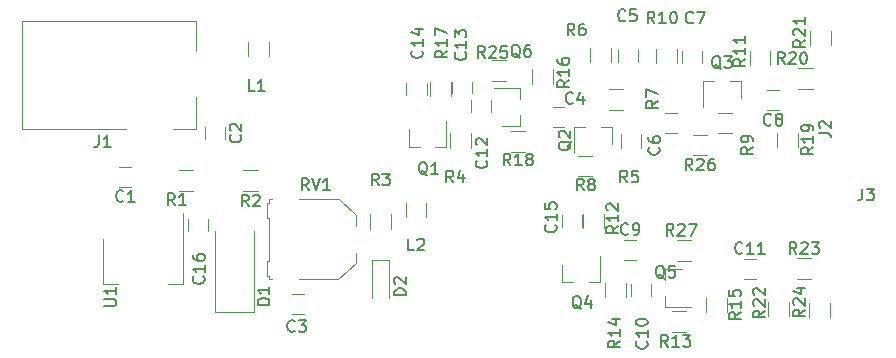
<source format=gbr>
G04 #@! TF.FileFunction,Legend,Top*
%FSLAX46Y46*%
G04 Gerber Fmt 4.6, Leading zero omitted, Abs format (unit mm)*
G04 Created by KiCad (PCBNEW 4.0.7) date 04/28/20 22:06:06*
%MOMM*%
%LPD*%
G01*
G04 APERTURE LIST*
%ADD10C,0.100000*%
%ADD11C,0.120000*%
%ADD12C,0.150000*%
G04 APERTURE END LIST*
D10*
D11*
X167728000Y-84574000D02*
X167728000Y-83574000D01*
X166028000Y-83574000D02*
X166028000Y-84574000D01*
X119372000Y-93384000D02*
X118372000Y-93384000D01*
X118372000Y-95084000D02*
X119372000Y-95084000D01*
X127350000Y-91000000D02*
X127350000Y-90000000D01*
X125650000Y-90000000D02*
X125650000Y-91000000D01*
X134000000Y-104150000D02*
X133000000Y-104150000D01*
X133000000Y-105850000D02*
X134000000Y-105850000D01*
X155075000Y-89975000D02*
X156075000Y-89975000D01*
X156075000Y-88275000D02*
X155075000Y-88275000D01*
X162287320Y-84487640D02*
X162287320Y-83487640D01*
X160587320Y-83487640D02*
X160587320Y-84487640D01*
X164600000Y-90512000D02*
X165600000Y-90512000D01*
X165600000Y-88812000D02*
X164600000Y-88812000D01*
X173230000Y-88530000D02*
X174230000Y-88530000D01*
X174230000Y-86830000D02*
X173230000Y-86830000D01*
X161125000Y-101275000D02*
X162125000Y-101275000D01*
X162125000Y-99575000D02*
X161125000Y-99575000D01*
X161730000Y-103290000D02*
X161730000Y-104290000D01*
X163430000Y-104290000D02*
X163430000Y-103290000D01*
X171275000Y-102900000D02*
X172275000Y-102900000D01*
X172275000Y-101200000D02*
X171275000Y-101200000D01*
X126450000Y-105680000D02*
X129750000Y-105680000D01*
X129750000Y-105680000D02*
X129750000Y-98780000D01*
X126450000Y-105680000D02*
X126450000Y-98780000D01*
X139750000Y-104500000D02*
X139750000Y-101300000D01*
X141250000Y-101300000D02*
X141250000Y-104500000D01*
X141250000Y-101300000D02*
X139750000Y-101300000D01*
X118952000Y-90198000D02*
X110152000Y-90198000D01*
X110152000Y-90198000D02*
X110152000Y-80998000D01*
X124852000Y-87498000D02*
X124852000Y-90198000D01*
X124852000Y-90198000D02*
X122952000Y-90198000D01*
X110152000Y-80998000D02*
X124852000Y-80998000D01*
X124852000Y-80998000D02*
X124852000Y-83598000D01*
X129320000Y-84000000D02*
X129320000Y-82800000D01*
X131080000Y-82800000D02*
X131080000Y-84000000D01*
X142620000Y-97600000D02*
X142620000Y-96400000D01*
X144380000Y-96400000D02*
X144380000Y-97600000D01*
X142920000Y-91660000D02*
X143850000Y-91660000D01*
X146080000Y-91660000D02*
X145150000Y-91660000D01*
X146080000Y-91660000D02*
X146080000Y-89500000D01*
X142920000Y-91660000D02*
X142920000Y-90200000D01*
X160083620Y-90017060D02*
X159153620Y-90017060D01*
X156923620Y-90017060D02*
X157853620Y-90017060D01*
X156923620Y-90017060D02*
X156923620Y-92177060D01*
X160083620Y-90017060D02*
X160083620Y-91477060D01*
X170998000Y-86108000D02*
X170068000Y-86108000D01*
X167838000Y-86108000D02*
X168768000Y-86108000D01*
X167838000Y-86108000D02*
X167838000Y-88268000D01*
X170998000Y-86108000D02*
X170998000Y-87568000D01*
X155900000Y-103122000D02*
X156830000Y-103122000D01*
X159060000Y-103122000D02*
X158130000Y-103122000D01*
X159060000Y-103122000D02*
X159060000Y-100962000D01*
X155900000Y-103122000D02*
X155900000Y-101662000D01*
X164594000Y-102052000D02*
X164594000Y-102982000D01*
X164594000Y-105212000D02*
X164594000Y-104282000D01*
X164594000Y-105212000D02*
X166754000Y-105212000D01*
X164594000Y-102052000D02*
X166054000Y-102052000D01*
X123400000Y-93620000D02*
X124600000Y-93620000D01*
X124600000Y-95380000D02*
X123400000Y-95380000D01*
X130100000Y-95380000D02*
X128900000Y-95380000D01*
X128900000Y-93620000D02*
X130100000Y-93620000D01*
X141380000Y-97400000D02*
X141380000Y-98600000D01*
X139620000Y-98600000D02*
X139620000Y-97400000D01*
X148180000Y-90550000D02*
X148180000Y-91750000D01*
X146420000Y-91750000D02*
X146420000Y-90550000D01*
X160830000Y-91790000D02*
X160830000Y-90590000D01*
X162590000Y-90590000D02*
X162590000Y-91790000D01*
X160036400Y-83321600D02*
X160036400Y-84521600D01*
X158276400Y-84521600D02*
X158276400Y-83321600D01*
X161050000Y-88530000D02*
X159850000Y-88530000D01*
X159850000Y-86770000D02*
X161050000Y-86770000D01*
X158410000Y-94190000D02*
X157210000Y-94190000D01*
X157210000Y-92430000D02*
X158410000Y-92430000D01*
X170272000Y-90542000D02*
X169072000Y-90542000D01*
X169072000Y-88782000D02*
X170272000Y-88782000D01*
X165580000Y-83400000D02*
X165580000Y-84600000D01*
X163820000Y-84600000D02*
X163820000Y-83400000D01*
X173520000Y-83560000D02*
X173520000Y-84760000D01*
X171760000Y-84760000D02*
X171760000Y-83560000D01*
X157645000Y-98525000D02*
X157645000Y-97325000D01*
X159405000Y-97325000D02*
X159405000Y-98525000D01*
X165150000Y-105595000D02*
X166350000Y-105595000D01*
X166350000Y-107355000D02*
X165150000Y-107355000D01*
X159520000Y-104400000D02*
X159520000Y-103200000D01*
X161280000Y-103200000D02*
X161280000Y-104400000D01*
X168045000Y-105650000D02*
X168045000Y-104450000D01*
X169805000Y-104450000D02*
X169805000Y-105650000D01*
X131350000Y-102850000D02*
X131100000Y-102850000D01*
X131100000Y-102850000D02*
X131100000Y-102600000D01*
X131100000Y-102600000D02*
X130850000Y-102600000D01*
X130850000Y-102600000D02*
X130850000Y-101350000D01*
X130850000Y-101350000D02*
X131100000Y-101350000D01*
X131100000Y-101350000D02*
X131100000Y-97700000D01*
X131100000Y-97700000D02*
X130850000Y-97700000D01*
X130850000Y-97700000D02*
X130850000Y-96400000D01*
X130850000Y-96400000D02*
X131100000Y-96400000D01*
X131100000Y-96400000D02*
X131100000Y-96100000D01*
X131100000Y-96100000D02*
X131350000Y-96100000D01*
X138400000Y-100650000D02*
X138400000Y-101550000D01*
X138400000Y-101550000D02*
X136900000Y-102900000D01*
X136900000Y-102900000D02*
X133600000Y-102900000D01*
X133600000Y-96100000D02*
X136950000Y-96100000D01*
X136950000Y-96100000D02*
X138400000Y-97450000D01*
X138400000Y-97450000D02*
X138400000Y-98350000D01*
X116986000Y-103256000D02*
X118246000Y-103256000D01*
X123806000Y-103256000D02*
X122546000Y-103256000D01*
X116986000Y-99496000D02*
X116986000Y-103256000D01*
X123806000Y-97246000D02*
X123806000Y-103256000D01*
X149850000Y-88725000D02*
X149850000Y-87725000D01*
X148150000Y-87725000D02*
X148150000Y-88725000D01*
X148225000Y-87150000D02*
X148225000Y-86150000D01*
X146525000Y-86150000D02*
X146525000Y-87150000D01*
X152285000Y-89880000D02*
X152285000Y-88950000D01*
X152285000Y-86720000D02*
X152285000Y-87650000D01*
X152285000Y-86720000D02*
X150125000Y-86720000D01*
X152285000Y-89880000D02*
X150825000Y-89880000D01*
X153310000Y-86330000D02*
X153310000Y-85130000D01*
X155070000Y-85130000D02*
X155070000Y-86330000D01*
X146480000Y-86175000D02*
X146480000Y-87375000D01*
X144720000Y-87375000D02*
X144720000Y-86175000D01*
X152750000Y-92105000D02*
X151550000Y-92105000D01*
X151550000Y-90345000D02*
X152750000Y-90345000D01*
X142700000Y-86275000D02*
X142700000Y-87275000D01*
X144400000Y-87275000D02*
X144400000Y-86275000D01*
X155890000Y-97450000D02*
X155890000Y-98450000D01*
X157590000Y-98450000D02*
X157590000Y-97450000D01*
X125910000Y-98820000D02*
X125910000Y-97820000D01*
X124210000Y-97820000D02*
X124210000Y-98820000D01*
X174110000Y-91670000D02*
X174110000Y-90470000D01*
X175870000Y-90470000D02*
X175870000Y-91670000D01*
X177090000Y-86770000D02*
X175890000Y-86770000D01*
X175890000Y-85010000D02*
X177090000Y-85010000D01*
X178620000Y-81860000D02*
X178620000Y-83060000D01*
X176860000Y-83060000D02*
X176860000Y-81860000D01*
X173320000Y-106000000D02*
X173320000Y-104800000D01*
X175080000Y-104800000D02*
X175080000Y-106000000D01*
X176960000Y-102870000D02*
X175760000Y-102870000D01*
X175760000Y-101110000D02*
X176960000Y-101110000D01*
X176760000Y-106070000D02*
X176760000Y-104870000D01*
X178520000Y-104870000D02*
X178520000Y-106070000D01*
X149900000Y-84345000D02*
X151100000Y-84345000D01*
X151100000Y-86105000D02*
X149900000Y-86105000D01*
X166950000Y-90645000D02*
X168150000Y-90645000D01*
X168150000Y-92405000D02*
X166950000Y-92405000D01*
X165625000Y-99570000D02*
X166825000Y-99570000D01*
X166825000Y-101330000D02*
X165625000Y-101330000D01*
D12*
X166965334Y-81129143D02*
X166917715Y-81176762D01*
X166774858Y-81224381D01*
X166679620Y-81224381D01*
X166536762Y-81176762D01*
X166441524Y-81081524D01*
X166393905Y-80986286D01*
X166346286Y-80795810D01*
X166346286Y-80652952D01*
X166393905Y-80462476D01*
X166441524Y-80367238D01*
X166536762Y-80272000D01*
X166679620Y-80224381D01*
X166774858Y-80224381D01*
X166917715Y-80272000D01*
X166965334Y-80319619D01*
X167298667Y-80224381D02*
X167965334Y-80224381D01*
X167536762Y-81224381D01*
X118733334Y-96257143D02*
X118685715Y-96304762D01*
X118542858Y-96352381D01*
X118447620Y-96352381D01*
X118304762Y-96304762D01*
X118209524Y-96209524D01*
X118161905Y-96114286D01*
X118114286Y-95923810D01*
X118114286Y-95780952D01*
X118161905Y-95590476D01*
X118209524Y-95495238D01*
X118304762Y-95400000D01*
X118447620Y-95352381D01*
X118542858Y-95352381D01*
X118685715Y-95400000D01*
X118733334Y-95447619D01*
X119685715Y-96352381D02*
X119114286Y-96352381D01*
X119400000Y-96352381D02*
X119400000Y-95352381D01*
X119304762Y-95495238D01*
X119209524Y-95590476D01*
X119114286Y-95638095D01*
X128635143Y-90666666D02*
X128682762Y-90714285D01*
X128730381Y-90857142D01*
X128730381Y-90952380D01*
X128682762Y-91095238D01*
X128587524Y-91190476D01*
X128492286Y-91238095D01*
X128301810Y-91285714D01*
X128158952Y-91285714D01*
X127968476Y-91238095D01*
X127873238Y-91190476D01*
X127778000Y-91095238D01*
X127730381Y-90952380D01*
X127730381Y-90857142D01*
X127778000Y-90714285D01*
X127825619Y-90666666D01*
X127825619Y-90285714D02*
X127778000Y-90238095D01*
X127730381Y-90142857D01*
X127730381Y-89904761D01*
X127778000Y-89809523D01*
X127825619Y-89761904D01*
X127920857Y-89714285D01*
X128016095Y-89714285D01*
X128158952Y-89761904D01*
X128730381Y-90333333D01*
X128730381Y-89714285D01*
X133233334Y-107257143D02*
X133185715Y-107304762D01*
X133042858Y-107352381D01*
X132947620Y-107352381D01*
X132804762Y-107304762D01*
X132709524Y-107209524D01*
X132661905Y-107114286D01*
X132614286Y-106923810D01*
X132614286Y-106780952D01*
X132661905Y-106590476D01*
X132709524Y-106495238D01*
X132804762Y-106400000D01*
X132947620Y-106352381D01*
X133042858Y-106352381D01*
X133185715Y-106400000D01*
X133233334Y-106447619D01*
X133566667Y-106352381D02*
X134185715Y-106352381D01*
X133852381Y-106733333D01*
X133995239Y-106733333D01*
X134090477Y-106780952D01*
X134138096Y-106828571D01*
X134185715Y-106923810D01*
X134185715Y-107161905D01*
X134138096Y-107257143D01*
X134090477Y-107304762D01*
X133995239Y-107352381D01*
X133709524Y-107352381D01*
X133614286Y-107304762D01*
X133566667Y-107257143D01*
X156783334Y-87957143D02*
X156735715Y-88004762D01*
X156592858Y-88052381D01*
X156497620Y-88052381D01*
X156354762Y-88004762D01*
X156259524Y-87909524D01*
X156211905Y-87814286D01*
X156164286Y-87623810D01*
X156164286Y-87480952D01*
X156211905Y-87290476D01*
X156259524Y-87195238D01*
X156354762Y-87100000D01*
X156497620Y-87052381D01*
X156592858Y-87052381D01*
X156735715Y-87100000D01*
X156783334Y-87147619D01*
X157640477Y-87385714D02*
X157640477Y-88052381D01*
X157402381Y-87004762D02*
X157164286Y-87719048D01*
X157783334Y-87719048D01*
X161233334Y-80957143D02*
X161185715Y-81004762D01*
X161042858Y-81052381D01*
X160947620Y-81052381D01*
X160804762Y-81004762D01*
X160709524Y-80909524D01*
X160661905Y-80814286D01*
X160614286Y-80623810D01*
X160614286Y-80480952D01*
X160661905Y-80290476D01*
X160709524Y-80195238D01*
X160804762Y-80100000D01*
X160947620Y-80052381D01*
X161042858Y-80052381D01*
X161185715Y-80100000D01*
X161233334Y-80147619D01*
X162138096Y-80052381D02*
X161661905Y-80052381D01*
X161614286Y-80528571D01*
X161661905Y-80480952D01*
X161757143Y-80433333D01*
X161995239Y-80433333D01*
X162090477Y-80480952D01*
X162138096Y-80528571D01*
X162185715Y-80623810D01*
X162185715Y-80861905D01*
X162138096Y-80957143D01*
X162090477Y-81004762D01*
X161995239Y-81052381D01*
X161757143Y-81052381D01*
X161661905Y-81004762D01*
X161614286Y-80957143D01*
X164057143Y-91716666D02*
X164104762Y-91764285D01*
X164152381Y-91907142D01*
X164152381Y-92002380D01*
X164104762Y-92145238D01*
X164009524Y-92240476D01*
X163914286Y-92288095D01*
X163723810Y-92335714D01*
X163580952Y-92335714D01*
X163390476Y-92288095D01*
X163295238Y-92240476D01*
X163200000Y-92145238D01*
X163152381Y-92002380D01*
X163152381Y-91907142D01*
X163200000Y-91764285D01*
X163247619Y-91716666D01*
X163152381Y-90859523D02*
X163152381Y-91050000D01*
X163200000Y-91145238D01*
X163247619Y-91192857D01*
X163390476Y-91288095D01*
X163580952Y-91335714D01*
X163961905Y-91335714D01*
X164057143Y-91288095D01*
X164104762Y-91240476D01*
X164152381Y-91145238D01*
X164152381Y-90954761D01*
X164104762Y-90859523D01*
X164057143Y-90811904D01*
X163961905Y-90764285D01*
X163723810Y-90764285D01*
X163628571Y-90811904D01*
X163580952Y-90859523D01*
X163533333Y-90954761D01*
X163533333Y-91145238D01*
X163580952Y-91240476D01*
X163628571Y-91288095D01*
X163723810Y-91335714D01*
X173563334Y-89787143D02*
X173515715Y-89834762D01*
X173372858Y-89882381D01*
X173277620Y-89882381D01*
X173134762Y-89834762D01*
X173039524Y-89739524D01*
X172991905Y-89644286D01*
X172944286Y-89453810D01*
X172944286Y-89310952D01*
X172991905Y-89120476D01*
X173039524Y-89025238D01*
X173134762Y-88930000D01*
X173277620Y-88882381D01*
X173372858Y-88882381D01*
X173515715Y-88930000D01*
X173563334Y-88977619D01*
X174134762Y-89310952D02*
X174039524Y-89263333D01*
X173991905Y-89215714D01*
X173944286Y-89120476D01*
X173944286Y-89072857D01*
X173991905Y-88977619D01*
X174039524Y-88930000D01*
X174134762Y-88882381D01*
X174325239Y-88882381D01*
X174420477Y-88930000D01*
X174468096Y-88977619D01*
X174515715Y-89072857D01*
X174515715Y-89120476D01*
X174468096Y-89215714D01*
X174420477Y-89263333D01*
X174325239Y-89310952D01*
X174134762Y-89310952D01*
X174039524Y-89358571D01*
X173991905Y-89406190D01*
X173944286Y-89501429D01*
X173944286Y-89691905D01*
X173991905Y-89787143D01*
X174039524Y-89834762D01*
X174134762Y-89882381D01*
X174325239Y-89882381D01*
X174420477Y-89834762D01*
X174468096Y-89787143D01*
X174515715Y-89691905D01*
X174515715Y-89501429D01*
X174468096Y-89406190D01*
X174420477Y-89358571D01*
X174325239Y-89310952D01*
X161458334Y-99032143D02*
X161410715Y-99079762D01*
X161267858Y-99127381D01*
X161172620Y-99127381D01*
X161029762Y-99079762D01*
X160934524Y-98984524D01*
X160886905Y-98889286D01*
X160839286Y-98698810D01*
X160839286Y-98555952D01*
X160886905Y-98365476D01*
X160934524Y-98270238D01*
X161029762Y-98175000D01*
X161172620Y-98127381D01*
X161267858Y-98127381D01*
X161410715Y-98175000D01*
X161458334Y-98222619D01*
X161934524Y-99127381D02*
X162125000Y-99127381D01*
X162220239Y-99079762D01*
X162267858Y-99032143D01*
X162363096Y-98889286D01*
X162410715Y-98698810D01*
X162410715Y-98317857D01*
X162363096Y-98222619D01*
X162315477Y-98175000D01*
X162220239Y-98127381D01*
X162029762Y-98127381D01*
X161934524Y-98175000D01*
X161886905Y-98222619D01*
X161839286Y-98317857D01*
X161839286Y-98555952D01*
X161886905Y-98651190D01*
X161934524Y-98698810D01*
X162029762Y-98746429D01*
X162220239Y-98746429D01*
X162315477Y-98698810D01*
X162363096Y-98651190D01*
X162410715Y-98555952D01*
X163032143Y-108142857D02*
X163079762Y-108190476D01*
X163127381Y-108333333D01*
X163127381Y-108428571D01*
X163079762Y-108571429D01*
X162984524Y-108666667D01*
X162889286Y-108714286D01*
X162698810Y-108761905D01*
X162555952Y-108761905D01*
X162365476Y-108714286D01*
X162270238Y-108666667D01*
X162175000Y-108571429D01*
X162127381Y-108428571D01*
X162127381Y-108333333D01*
X162175000Y-108190476D01*
X162222619Y-108142857D01*
X163127381Y-107190476D02*
X163127381Y-107761905D01*
X163127381Y-107476191D02*
X162127381Y-107476191D01*
X162270238Y-107571429D01*
X162365476Y-107666667D01*
X162413095Y-107761905D01*
X162127381Y-106571429D02*
X162127381Y-106476190D01*
X162175000Y-106380952D01*
X162222619Y-106333333D01*
X162317857Y-106285714D01*
X162508333Y-106238095D01*
X162746429Y-106238095D01*
X162936905Y-106285714D01*
X163032143Y-106333333D01*
X163079762Y-106380952D01*
X163127381Y-106476190D01*
X163127381Y-106571429D01*
X163079762Y-106666667D01*
X163032143Y-106714286D01*
X162936905Y-106761905D01*
X162746429Y-106809524D01*
X162508333Y-106809524D01*
X162317857Y-106761905D01*
X162222619Y-106714286D01*
X162175000Y-106666667D01*
X162127381Y-106571429D01*
X171132143Y-100657143D02*
X171084524Y-100704762D01*
X170941667Y-100752381D01*
X170846429Y-100752381D01*
X170703571Y-100704762D01*
X170608333Y-100609524D01*
X170560714Y-100514286D01*
X170513095Y-100323810D01*
X170513095Y-100180952D01*
X170560714Y-99990476D01*
X170608333Y-99895238D01*
X170703571Y-99800000D01*
X170846429Y-99752381D01*
X170941667Y-99752381D01*
X171084524Y-99800000D01*
X171132143Y-99847619D01*
X172084524Y-100752381D02*
X171513095Y-100752381D01*
X171798809Y-100752381D02*
X171798809Y-99752381D01*
X171703571Y-99895238D01*
X171608333Y-99990476D01*
X171513095Y-100038095D01*
X173036905Y-100752381D02*
X172465476Y-100752381D01*
X172751190Y-100752381D02*
X172751190Y-99752381D01*
X172655952Y-99895238D01*
X172560714Y-99990476D01*
X172465476Y-100038095D01*
X131092381Y-105066095D02*
X130092381Y-105066095D01*
X130092381Y-104828000D01*
X130140000Y-104685142D01*
X130235238Y-104589904D01*
X130330476Y-104542285D01*
X130520952Y-104494666D01*
X130663810Y-104494666D01*
X130854286Y-104542285D01*
X130949524Y-104589904D01*
X131044762Y-104685142D01*
X131092381Y-104828000D01*
X131092381Y-105066095D01*
X131092381Y-103542285D02*
X131092381Y-104113714D01*
X131092381Y-103828000D02*
X130092381Y-103828000D01*
X130235238Y-103923238D01*
X130330476Y-104018476D01*
X130378095Y-104113714D01*
X142652381Y-104238095D02*
X141652381Y-104238095D01*
X141652381Y-104000000D01*
X141700000Y-103857142D01*
X141795238Y-103761904D01*
X141890476Y-103714285D01*
X142080952Y-103666666D01*
X142223810Y-103666666D01*
X142414286Y-103714285D01*
X142509524Y-103761904D01*
X142604762Y-103857142D01*
X142652381Y-104000000D01*
X142652381Y-104238095D01*
X141747619Y-103285714D02*
X141700000Y-103238095D01*
X141652381Y-103142857D01*
X141652381Y-102904761D01*
X141700000Y-102809523D01*
X141747619Y-102761904D01*
X141842857Y-102714285D01*
X141938095Y-102714285D01*
X142080952Y-102761904D01*
X142652381Y-103333333D01*
X142652381Y-102714285D01*
X116666667Y-90702381D02*
X116666667Y-91416667D01*
X116619047Y-91559524D01*
X116523809Y-91654762D01*
X116380952Y-91702381D01*
X116285714Y-91702381D01*
X117666667Y-91702381D02*
X117095238Y-91702381D01*
X117380952Y-91702381D02*
X117380952Y-90702381D01*
X117285714Y-90845238D01*
X117190476Y-90940476D01*
X117095238Y-90988095D01*
X177642381Y-90508333D02*
X178356667Y-90508333D01*
X178499524Y-90555953D01*
X178594762Y-90651191D01*
X178642381Y-90794048D01*
X178642381Y-90889286D01*
X177737619Y-90079762D02*
X177690000Y-90032143D01*
X177642381Y-89936905D01*
X177642381Y-89698809D01*
X177690000Y-89603571D01*
X177737619Y-89555952D01*
X177832857Y-89508333D01*
X177928095Y-89508333D01*
X178070952Y-89555952D01*
X178642381Y-90127381D01*
X178642381Y-89508333D01*
X181276667Y-95210381D02*
X181276667Y-95924667D01*
X181229047Y-96067524D01*
X181133809Y-96162762D01*
X180990952Y-96210381D01*
X180895714Y-96210381D01*
X181657619Y-95210381D02*
X182276667Y-95210381D01*
X181943333Y-95591333D01*
X182086191Y-95591333D01*
X182181429Y-95638952D01*
X182229048Y-95686571D01*
X182276667Y-95781810D01*
X182276667Y-96019905D01*
X182229048Y-96115143D01*
X182181429Y-96162762D01*
X182086191Y-96210381D01*
X181800476Y-96210381D01*
X181705238Y-96162762D01*
X181657619Y-96115143D01*
X129833334Y-86952381D02*
X129357143Y-86952381D01*
X129357143Y-85952381D01*
X130690477Y-86952381D02*
X130119048Y-86952381D01*
X130404762Y-86952381D02*
X130404762Y-85952381D01*
X130309524Y-86095238D01*
X130214286Y-86190476D01*
X130119048Y-86238095D01*
X143333334Y-100452381D02*
X142857143Y-100452381D01*
X142857143Y-99452381D01*
X143619048Y-99547619D02*
X143666667Y-99500000D01*
X143761905Y-99452381D01*
X144000001Y-99452381D01*
X144095239Y-99500000D01*
X144142858Y-99547619D01*
X144190477Y-99642857D01*
X144190477Y-99738095D01*
X144142858Y-99880952D01*
X143571429Y-100452381D01*
X144190477Y-100452381D01*
X144479762Y-94072619D02*
X144384524Y-94025000D01*
X144289286Y-93929762D01*
X144146429Y-93786905D01*
X144051190Y-93739286D01*
X143955952Y-93739286D01*
X144003571Y-93977381D02*
X143908333Y-93929762D01*
X143813095Y-93834524D01*
X143765476Y-93644048D01*
X143765476Y-93310714D01*
X143813095Y-93120238D01*
X143908333Y-93025000D01*
X144003571Y-92977381D01*
X144194048Y-92977381D01*
X144289286Y-93025000D01*
X144384524Y-93120238D01*
X144432143Y-93310714D01*
X144432143Y-93644048D01*
X144384524Y-93834524D01*
X144289286Y-93929762D01*
X144194048Y-93977381D01*
X144003571Y-93977381D01*
X145384524Y-93977381D02*
X144813095Y-93977381D01*
X145098809Y-93977381D02*
X145098809Y-92977381D01*
X145003571Y-93120238D01*
X144908333Y-93215476D01*
X144813095Y-93263095D01*
X156667619Y-91215238D02*
X156620000Y-91310476D01*
X156524762Y-91405714D01*
X156381905Y-91548571D01*
X156334286Y-91643810D01*
X156334286Y-91739048D01*
X156572381Y-91691429D02*
X156524762Y-91786667D01*
X156429524Y-91881905D01*
X156239048Y-91929524D01*
X155905714Y-91929524D01*
X155715238Y-91881905D01*
X155620000Y-91786667D01*
X155572381Y-91691429D01*
X155572381Y-91500952D01*
X155620000Y-91405714D01*
X155715238Y-91310476D01*
X155905714Y-91262857D01*
X156239048Y-91262857D01*
X156429524Y-91310476D01*
X156524762Y-91405714D01*
X156572381Y-91500952D01*
X156572381Y-91691429D01*
X155667619Y-90881905D02*
X155620000Y-90834286D01*
X155572381Y-90739048D01*
X155572381Y-90500952D01*
X155620000Y-90405714D01*
X155667619Y-90358095D01*
X155762857Y-90310476D01*
X155858095Y-90310476D01*
X156000952Y-90358095D01*
X156572381Y-90929524D01*
X156572381Y-90310476D01*
X169322762Y-85085619D02*
X169227524Y-85038000D01*
X169132286Y-84942762D01*
X168989429Y-84799905D01*
X168894190Y-84752286D01*
X168798952Y-84752286D01*
X168846571Y-84990381D02*
X168751333Y-84942762D01*
X168656095Y-84847524D01*
X168608476Y-84657048D01*
X168608476Y-84323714D01*
X168656095Y-84133238D01*
X168751333Y-84038000D01*
X168846571Y-83990381D01*
X169037048Y-83990381D01*
X169132286Y-84038000D01*
X169227524Y-84133238D01*
X169275143Y-84323714D01*
X169275143Y-84657048D01*
X169227524Y-84847524D01*
X169132286Y-84942762D01*
X169037048Y-84990381D01*
X168846571Y-84990381D01*
X169608476Y-83990381D02*
X170227524Y-83990381D01*
X169894190Y-84371333D01*
X170037048Y-84371333D01*
X170132286Y-84418952D01*
X170179905Y-84466571D01*
X170227524Y-84561810D01*
X170227524Y-84799905D01*
X170179905Y-84895143D01*
X170132286Y-84942762D01*
X170037048Y-84990381D01*
X169751333Y-84990381D01*
X169656095Y-84942762D01*
X169608476Y-84895143D01*
X157484762Y-105409619D02*
X157389524Y-105362000D01*
X157294286Y-105266762D01*
X157151429Y-105123905D01*
X157056190Y-105076286D01*
X156960952Y-105076286D01*
X157008571Y-105314381D02*
X156913333Y-105266762D01*
X156818095Y-105171524D01*
X156770476Y-104981048D01*
X156770476Y-104647714D01*
X156818095Y-104457238D01*
X156913333Y-104362000D01*
X157008571Y-104314381D01*
X157199048Y-104314381D01*
X157294286Y-104362000D01*
X157389524Y-104457238D01*
X157437143Y-104647714D01*
X157437143Y-104981048D01*
X157389524Y-105171524D01*
X157294286Y-105266762D01*
X157199048Y-105314381D01*
X157008571Y-105314381D01*
X158294286Y-104647714D02*
X158294286Y-105314381D01*
X158056190Y-104266762D02*
X157818095Y-104981048D01*
X158437143Y-104981048D01*
X164554762Y-102847619D02*
X164459524Y-102800000D01*
X164364286Y-102704762D01*
X164221429Y-102561905D01*
X164126190Y-102514286D01*
X164030952Y-102514286D01*
X164078571Y-102752381D02*
X163983333Y-102704762D01*
X163888095Y-102609524D01*
X163840476Y-102419048D01*
X163840476Y-102085714D01*
X163888095Y-101895238D01*
X163983333Y-101800000D01*
X164078571Y-101752381D01*
X164269048Y-101752381D01*
X164364286Y-101800000D01*
X164459524Y-101895238D01*
X164507143Y-102085714D01*
X164507143Y-102419048D01*
X164459524Y-102609524D01*
X164364286Y-102704762D01*
X164269048Y-102752381D01*
X164078571Y-102752381D01*
X165411905Y-101752381D02*
X164935714Y-101752381D01*
X164888095Y-102228571D01*
X164935714Y-102180952D01*
X165030952Y-102133333D01*
X165269048Y-102133333D01*
X165364286Y-102180952D01*
X165411905Y-102228571D01*
X165459524Y-102323810D01*
X165459524Y-102561905D01*
X165411905Y-102657143D01*
X165364286Y-102704762D01*
X165269048Y-102752381D01*
X165030952Y-102752381D01*
X164935714Y-102704762D01*
X164888095Y-102657143D01*
X123073334Y-96622381D02*
X122740000Y-96146190D01*
X122501905Y-96622381D02*
X122501905Y-95622381D01*
X122882858Y-95622381D01*
X122978096Y-95670000D01*
X123025715Y-95717619D01*
X123073334Y-95812857D01*
X123073334Y-95955714D01*
X123025715Y-96050952D01*
X122978096Y-96098571D01*
X122882858Y-96146190D01*
X122501905Y-96146190D01*
X124025715Y-96622381D02*
X123454286Y-96622381D01*
X123740000Y-96622381D02*
X123740000Y-95622381D01*
X123644762Y-95765238D01*
X123549524Y-95860476D01*
X123454286Y-95908095D01*
X129333334Y-96730381D02*
X129000000Y-96254190D01*
X128761905Y-96730381D02*
X128761905Y-95730381D01*
X129142858Y-95730381D01*
X129238096Y-95778000D01*
X129285715Y-95825619D01*
X129333334Y-95920857D01*
X129333334Y-96063714D01*
X129285715Y-96158952D01*
X129238096Y-96206571D01*
X129142858Y-96254190D01*
X128761905Y-96254190D01*
X129714286Y-95825619D02*
X129761905Y-95778000D01*
X129857143Y-95730381D01*
X130095239Y-95730381D01*
X130190477Y-95778000D01*
X130238096Y-95825619D01*
X130285715Y-95920857D01*
X130285715Y-96016095D01*
X130238096Y-96158952D01*
X129666667Y-96730381D01*
X130285715Y-96730381D01*
X140333334Y-94952381D02*
X140000000Y-94476190D01*
X139761905Y-94952381D02*
X139761905Y-93952381D01*
X140142858Y-93952381D01*
X140238096Y-94000000D01*
X140285715Y-94047619D01*
X140333334Y-94142857D01*
X140333334Y-94285714D01*
X140285715Y-94380952D01*
X140238096Y-94428571D01*
X140142858Y-94476190D01*
X139761905Y-94476190D01*
X140666667Y-93952381D02*
X141285715Y-93952381D01*
X140952381Y-94333333D01*
X141095239Y-94333333D01*
X141190477Y-94380952D01*
X141238096Y-94428571D01*
X141285715Y-94523810D01*
X141285715Y-94761905D01*
X141238096Y-94857143D01*
X141190477Y-94904762D01*
X141095239Y-94952381D01*
X140809524Y-94952381D01*
X140714286Y-94904762D01*
X140666667Y-94857143D01*
X146645334Y-94686381D02*
X146312000Y-94210190D01*
X146073905Y-94686381D02*
X146073905Y-93686381D01*
X146454858Y-93686381D01*
X146550096Y-93734000D01*
X146597715Y-93781619D01*
X146645334Y-93876857D01*
X146645334Y-94019714D01*
X146597715Y-94114952D01*
X146550096Y-94162571D01*
X146454858Y-94210190D01*
X146073905Y-94210190D01*
X147502477Y-94019714D02*
X147502477Y-94686381D01*
X147264381Y-93638762D02*
X147026286Y-94353048D01*
X147645334Y-94353048D01*
X161377334Y-94686381D02*
X161044000Y-94210190D01*
X160805905Y-94686381D02*
X160805905Y-93686381D01*
X161186858Y-93686381D01*
X161282096Y-93734000D01*
X161329715Y-93781619D01*
X161377334Y-93876857D01*
X161377334Y-94019714D01*
X161329715Y-94114952D01*
X161282096Y-94162571D01*
X161186858Y-94210190D01*
X160805905Y-94210190D01*
X162282096Y-93686381D02*
X161805905Y-93686381D01*
X161758286Y-94162571D01*
X161805905Y-94114952D01*
X161901143Y-94067333D01*
X162139239Y-94067333D01*
X162234477Y-94114952D01*
X162282096Y-94162571D01*
X162329715Y-94257810D01*
X162329715Y-94495905D01*
X162282096Y-94591143D01*
X162234477Y-94638762D01*
X162139239Y-94686381D01*
X161901143Y-94686381D01*
X161805905Y-94638762D01*
X161758286Y-94591143D01*
X156906934Y-82240381D02*
X156573600Y-81764190D01*
X156335505Y-82240381D02*
X156335505Y-81240381D01*
X156716458Y-81240381D01*
X156811696Y-81288000D01*
X156859315Y-81335619D01*
X156906934Y-81430857D01*
X156906934Y-81573714D01*
X156859315Y-81668952D01*
X156811696Y-81716571D01*
X156716458Y-81764190D01*
X156335505Y-81764190D01*
X157764077Y-81240381D02*
X157573600Y-81240381D01*
X157478362Y-81288000D01*
X157430743Y-81335619D01*
X157335505Y-81478476D01*
X157287886Y-81668952D01*
X157287886Y-82049905D01*
X157335505Y-82145143D01*
X157383124Y-82192762D01*
X157478362Y-82240381D01*
X157668839Y-82240381D01*
X157764077Y-82192762D01*
X157811696Y-82145143D01*
X157859315Y-82049905D01*
X157859315Y-81811810D01*
X157811696Y-81716571D01*
X157764077Y-81668952D01*
X157668839Y-81621333D01*
X157478362Y-81621333D01*
X157383124Y-81668952D01*
X157335505Y-81716571D01*
X157287886Y-81811810D01*
X164002381Y-87791666D02*
X163526190Y-88125000D01*
X164002381Y-88363095D02*
X163002381Y-88363095D01*
X163002381Y-87982142D01*
X163050000Y-87886904D01*
X163097619Y-87839285D01*
X163192857Y-87791666D01*
X163335714Y-87791666D01*
X163430952Y-87839285D01*
X163478571Y-87886904D01*
X163526190Y-87982142D01*
X163526190Y-88363095D01*
X163002381Y-87458333D02*
X163002381Y-86791666D01*
X164002381Y-87220238D01*
X157693334Y-95362381D02*
X157360000Y-94886190D01*
X157121905Y-95362381D02*
X157121905Y-94362381D01*
X157502858Y-94362381D01*
X157598096Y-94410000D01*
X157645715Y-94457619D01*
X157693334Y-94552857D01*
X157693334Y-94695714D01*
X157645715Y-94790952D01*
X157598096Y-94838571D01*
X157502858Y-94886190D01*
X157121905Y-94886190D01*
X158264762Y-94790952D02*
X158169524Y-94743333D01*
X158121905Y-94695714D01*
X158074286Y-94600476D01*
X158074286Y-94552857D01*
X158121905Y-94457619D01*
X158169524Y-94410000D01*
X158264762Y-94362381D01*
X158455239Y-94362381D01*
X158550477Y-94410000D01*
X158598096Y-94457619D01*
X158645715Y-94552857D01*
X158645715Y-94600476D01*
X158598096Y-94695714D01*
X158550477Y-94743333D01*
X158455239Y-94790952D01*
X158264762Y-94790952D01*
X158169524Y-94838571D01*
X158121905Y-94886190D01*
X158074286Y-94981429D01*
X158074286Y-95171905D01*
X158121905Y-95267143D01*
X158169524Y-95314762D01*
X158264762Y-95362381D01*
X158455239Y-95362381D01*
X158550477Y-95314762D01*
X158598096Y-95267143D01*
X158645715Y-95171905D01*
X158645715Y-94981429D01*
X158598096Y-94886190D01*
X158550477Y-94838571D01*
X158455239Y-94790952D01*
X172027381Y-91691666D02*
X171551190Y-92025000D01*
X172027381Y-92263095D02*
X171027381Y-92263095D01*
X171027381Y-91882142D01*
X171075000Y-91786904D01*
X171122619Y-91739285D01*
X171217857Y-91691666D01*
X171360714Y-91691666D01*
X171455952Y-91739285D01*
X171503571Y-91786904D01*
X171551190Y-91882142D01*
X171551190Y-92263095D01*
X172027381Y-91215476D02*
X172027381Y-91025000D01*
X171979762Y-90929761D01*
X171932143Y-90882142D01*
X171789286Y-90786904D01*
X171598810Y-90739285D01*
X171217857Y-90739285D01*
X171122619Y-90786904D01*
X171075000Y-90834523D01*
X171027381Y-90929761D01*
X171027381Y-91120238D01*
X171075000Y-91215476D01*
X171122619Y-91263095D01*
X171217857Y-91310714D01*
X171455952Y-91310714D01*
X171551190Y-91263095D01*
X171598810Y-91215476D01*
X171646429Y-91120238D01*
X171646429Y-90929761D01*
X171598810Y-90834523D01*
X171551190Y-90786904D01*
X171455952Y-90739285D01*
X163695143Y-81224381D02*
X163361809Y-80748190D01*
X163123714Y-81224381D02*
X163123714Y-80224381D01*
X163504667Y-80224381D01*
X163599905Y-80272000D01*
X163647524Y-80319619D01*
X163695143Y-80414857D01*
X163695143Y-80557714D01*
X163647524Y-80652952D01*
X163599905Y-80700571D01*
X163504667Y-80748190D01*
X163123714Y-80748190D01*
X164647524Y-81224381D02*
X164076095Y-81224381D01*
X164361809Y-81224381D02*
X164361809Y-80224381D01*
X164266571Y-80367238D01*
X164171333Y-80462476D01*
X164076095Y-80510095D01*
X165266571Y-80224381D02*
X165361810Y-80224381D01*
X165457048Y-80272000D01*
X165504667Y-80319619D01*
X165552286Y-80414857D01*
X165599905Y-80605333D01*
X165599905Y-80843429D01*
X165552286Y-81033905D01*
X165504667Y-81129143D01*
X165457048Y-81176762D01*
X165361810Y-81224381D01*
X165266571Y-81224381D01*
X165171333Y-81176762D01*
X165123714Y-81129143D01*
X165076095Y-81033905D01*
X165028476Y-80843429D01*
X165028476Y-80605333D01*
X165076095Y-80414857D01*
X165123714Y-80319619D01*
X165171333Y-80272000D01*
X165266571Y-80224381D01*
X171382381Y-84222857D02*
X170906190Y-84556191D01*
X171382381Y-84794286D02*
X170382381Y-84794286D01*
X170382381Y-84413333D01*
X170430000Y-84318095D01*
X170477619Y-84270476D01*
X170572857Y-84222857D01*
X170715714Y-84222857D01*
X170810952Y-84270476D01*
X170858571Y-84318095D01*
X170906190Y-84413333D01*
X170906190Y-84794286D01*
X171382381Y-83270476D02*
X171382381Y-83841905D01*
X171382381Y-83556191D02*
X170382381Y-83556191D01*
X170525238Y-83651429D01*
X170620476Y-83746667D01*
X170668095Y-83841905D01*
X171382381Y-82318095D02*
X171382381Y-82889524D01*
X171382381Y-82603810D02*
X170382381Y-82603810D01*
X170525238Y-82699048D01*
X170620476Y-82794286D01*
X170668095Y-82889524D01*
X160627381Y-98367857D02*
X160151190Y-98701191D01*
X160627381Y-98939286D02*
X159627381Y-98939286D01*
X159627381Y-98558333D01*
X159675000Y-98463095D01*
X159722619Y-98415476D01*
X159817857Y-98367857D01*
X159960714Y-98367857D01*
X160055952Y-98415476D01*
X160103571Y-98463095D01*
X160151190Y-98558333D01*
X160151190Y-98939286D01*
X160627381Y-97415476D02*
X160627381Y-97986905D01*
X160627381Y-97701191D02*
X159627381Y-97701191D01*
X159770238Y-97796429D01*
X159865476Y-97891667D01*
X159913095Y-97986905D01*
X159722619Y-97034524D02*
X159675000Y-96986905D01*
X159627381Y-96891667D01*
X159627381Y-96653571D01*
X159675000Y-96558333D01*
X159722619Y-96510714D01*
X159817857Y-96463095D01*
X159913095Y-96463095D01*
X160055952Y-96510714D01*
X160627381Y-97082143D01*
X160627381Y-96463095D01*
X164832143Y-108602381D02*
X164498809Y-108126190D01*
X164260714Y-108602381D02*
X164260714Y-107602381D01*
X164641667Y-107602381D01*
X164736905Y-107650000D01*
X164784524Y-107697619D01*
X164832143Y-107792857D01*
X164832143Y-107935714D01*
X164784524Y-108030952D01*
X164736905Y-108078571D01*
X164641667Y-108126190D01*
X164260714Y-108126190D01*
X165784524Y-108602381D02*
X165213095Y-108602381D01*
X165498809Y-108602381D02*
X165498809Y-107602381D01*
X165403571Y-107745238D01*
X165308333Y-107840476D01*
X165213095Y-107888095D01*
X166117857Y-107602381D02*
X166736905Y-107602381D01*
X166403571Y-107983333D01*
X166546429Y-107983333D01*
X166641667Y-108030952D01*
X166689286Y-108078571D01*
X166736905Y-108173810D01*
X166736905Y-108411905D01*
X166689286Y-108507143D01*
X166641667Y-108554762D01*
X166546429Y-108602381D01*
X166260714Y-108602381D01*
X166165476Y-108554762D01*
X166117857Y-108507143D01*
X160777381Y-108092857D02*
X160301190Y-108426191D01*
X160777381Y-108664286D02*
X159777381Y-108664286D01*
X159777381Y-108283333D01*
X159825000Y-108188095D01*
X159872619Y-108140476D01*
X159967857Y-108092857D01*
X160110714Y-108092857D01*
X160205952Y-108140476D01*
X160253571Y-108188095D01*
X160301190Y-108283333D01*
X160301190Y-108664286D01*
X160777381Y-107140476D02*
X160777381Y-107711905D01*
X160777381Y-107426191D02*
X159777381Y-107426191D01*
X159920238Y-107521429D01*
X160015476Y-107616667D01*
X160063095Y-107711905D01*
X160110714Y-106283333D02*
X160777381Y-106283333D01*
X159729762Y-106521429D02*
X160444048Y-106759524D01*
X160444048Y-106140476D01*
X171002381Y-105667857D02*
X170526190Y-106001191D01*
X171002381Y-106239286D02*
X170002381Y-106239286D01*
X170002381Y-105858333D01*
X170050000Y-105763095D01*
X170097619Y-105715476D01*
X170192857Y-105667857D01*
X170335714Y-105667857D01*
X170430952Y-105715476D01*
X170478571Y-105763095D01*
X170526190Y-105858333D01*
X170526190Y-106239286D01*
X171002381Y-104715476D02*
X171002381Y-105286905D01*
X171002381Y-105001191D02*
X170002381Y-105001191D01*
X170145238Y-105096429D01*
X170240476Y-105191667D01*
X170288095Y-105286905D01*
X170002381Y-103810714D02*
X170002381Y-104286905D01*
X170478571Y-104334524D01*
X170430952Y-104286905D01*
X170383333Y-104191667D01*
X170383333Y-103953571D01*
X170430952Y-103858333D01*
X170478571Y-103810714D01*
X170573810Y-103763095D01*
X170811905Y-103763095D01*
X170907143Y-103810714D01*
X170954762Y-103858333D01*
X171002381Y-103953571D01*
X171002381Y-104191667D01*
X170954762Y-104286905D01*
X170907143Y-104334524D01*
X134404762Y-95352381D02*
X134071428Y-94876190D01*
X133833333Y-95352381D02*
X133833333Y-94352381D01*
X134214286Y-94352381D01*
X134309524Y-94400000D01*
X134357143Y-94447619D01*
X134404762Y-94542857D01*
X134404762Y-94685714D01*
X134357143Y-94780952D01*
X134309524Y-94828571D01*
X134214286Y-94876190D01*
X133833333Y-94876190D01*
X134690476Y-94352381D02*
X135023809Y-95352381D01*
X135357143Y-94352381D01*
X136214286Y-95352381D02*
X135642857Y-95352381D01*
X135928571Y-95352381D02*
X135928571Y-94352381D01*
X135833333Y-94495238D01*
X135738095Y-94590476D01*
X135642857Y-94638095D01*
X117122381Y-105141905D02*
X117931905Y-105141905D01*
X118027143Y-105094286D01*
X118074762Y-105046667D01*
X118122381Y-104951429D01*
X118122381Y-104760952D01*
X118074762Y-104665714D01*
X118027143Y-104618095D01*
X117931905Y-104570476D01*
X117122381Y-104570476D01*
X118122381Y-103570476D02*
X118122381Y-104141905D01*
X118122381Y-103856191D02*
X117122381Y-103856191D01*
X117265238Y-103951429D01*
X117360476Y-104046667D01*
X117408095Y-104141905D01*
X149455143Y-92844857D02*
X149502762Y-92892476D01*
X149550381Y-93035333D01*
X149550381Y-93130571D01*
X149502762Y-93273429D01*
X149407524Y-93368667D01*
X149312286Y-93416286D01*
X149121810Y-93463905D01*
X148978952Y-93463905D01*
X148788476Y-93416286D01*
X148693238Y-93368667D01*
X148598000Y-93273429D01*
X148550381Y-93130571D01*
X148550381Y-93035333D01*
X148598000Y-92892476D01*
X148645619Y-92844857D01*
X149550381Y-91892476D02*
X149550381Y-92463905D01*
X149550381Y-92178191D02*
X148550381Y-92178191D01*
X148693238Y-92273429D01*
X148788476Y-92368667D01*
X148836095Y-92463905D01*
X148645619Y-91511524D02*
X148598000Y-91463905D01*
X148550381Y-91368667D01*
X148550381Y-91130571D01*
X148598000Y-91035333D01*
X148645619Y-90987714D01*
X148740857Y-90940095D01*
X148836095Y-90940095D01*
X148978952Y-90987714D01*
X149550381Y-91559143D01*
X149550381Y-90940095D01*
X147682143Y-83692857D02*
X147729762Y-83740476D01*
X147777381Y-83883333D01*
X147777381Y-83978571D01*
X147729762Y-84121429D01*
X147634524Y-84216667D01*
X147539286Y-84264286D01*
X147348810Y-84311905D01*
X147205952Y-84311905D01*
X147015476Y-84264286D01*
X146920238Y-84216667D01*
X146825000Y-84121429D01*
X146777381Y-83978571D01*
X146777381Y-83883333D01*
X146825000Y-83740476D01*
X146872619Y-83692857D01*
X147777381Y-82740476D02*
X147777381Y-83311905D01*
X147777381Y-83026191D02*
X146777381Y-83026191D01*
X146920238Y-83121429D01*
X147015476Y-83216667D01*
X147063095Y-83311905D01*
X146777381Y-82407143D02*
X146777381Y-81788095D01*
X147158333Y-82121429D01*
X147158333Y-81978571D01*
X147205952Y-81883333D01*
X147253571Y-81835714D01*
X147348810Y-81788095D01*
X147586905Y-81788095D01*
X147682143Y-81835714D01*
X147729762Y-81883333D01*
X147777381Y-81978571D01*
X147777381Y-82264286D01*
X147729762Y-82359524D01*
X147682143Y-82407143D01*
X152324762Y-84147619D02*
X152229524Y-84100000D01*
X152134286Y-84004762D01*
X151991429Y-83861905D01*
X151896190Y-83814286D01*
X151800952Y-83814286D01*
X151848571Y-84052381D02*
X151753333Y-84004762D01*
X151658095Y-83909524D01*
X151610476Y-83719048D01*
X151610476Y-83385714D01*
X151658095Y-83195238D01*
X151753333Y-83100000D01*
X151848571Y-83052381D01*
X152039048Y-83052381D01*
X152134286Y-83100000D01*
X152229524Y-83195238D01*
X152277143Y-83385714D01*
X152277143Y-83719048D01*
X152229524Y-83909524D01*
X152134286Y-84004762D01*
X152039048Y-84052381D01*
X151848571Y-84052381D01*
X153134286Y-83052381D02*
X152943809Y-83052381D01*
X152848571Y-83100000D01*
X152800952Y-83147619D01*
X152705714Y-83290476D01*
X152658095Y-83480952D01*
X152658095Y-83861905D01*
X152705714Y-83957143D01*
X152753333Y-84004762D01*
X152848571Y-84052381D01*
X153039048Y-84052381D01*
X153134286Y-84004762D01*
X153181905Y-83957143D01*
X153229524Y-83861905D01*
X153229524Y-83623810D01*
X153181905Y-83528571D01*
X153134286Y-83480952D01*
X153039048Y-83433333D01*
X152848571Y-83433333D01*
X152753333Y-83480952D01*
X152705714Y-83528571D01*
X152658095Y-83623810D01*
X156472381Y-86052857D02*
X155996190Y-86386191D01*
X156472381Y-86624286D02*
X155472381Y-86624286D01*
X155472381Y-86243333D01*
X155520000Y-86148095D01*
X155567619Y-86100476D01*
X155662857Y-86052857D01*
X155805714Y-86052857D01*
X155900952Y-86100476D01*
X155948571Y-86148095D01*
X155996190Y-86243333D01*
X155996190Y-86624286D01*
X156472381Y-85100476D02*
X156472381Y-85671905D01*
X156472381Y-85386191D02*
X155472381Y-85386191D01*
X155615238Y-85481429D01*
X155710476Y-85576667D01*
X155758095Y-85671905D01*
X155472381Y-84243333D02*
X155472381Y-84433810D01*
X155520000Y-84529048D01*
X155567619Y-84576667D01*
X155710476Y-84671905D01*
X155900952Y-84719524D01*
X156281905Y-84719524D01*
X156377143Y-84671905D01*
X156424762Y-84624286D01*
X156472381Y-84529048D01*
X156472381Y-84338571D01*
X156424762Y-84243333D01*
X156377143Y-84195714D01*
X156281905Y-84148095D01*
X156043810Y-84148095D01*
X155948571Y-84195714D01*
X155900952Y-84243333D01*
X155853333Y-84338571D01*
X155853333Y-84529048D01*
X155900952Y-84624286D01*
X155948571Y-84671905D01*
X156043810Y-84719524D01*
X146142381Y-83537857D02*
X145666190Y-83871191D01*
X146142381Y-84109286D02*
X145142381Y-84109286D01*
X145142381Y-83728333D01*
X145190000Y-83633095D01*
X145237619Y-83585476D01*
X145332857Y-83537857D01*
X145475714Y-83537857D01*
X145570952Y-83585476D01*
X145618571Y-83633095D01*
X145666190Y-83728333D01*
X145666190Y-84109286D01*
X146142381Y-82585476D02*
X146142381Y-83156905D01*
X146142381Y-82871191D02*
X145142381Y-82871191D01*
X145285238Y-82966429D01*
X145380476Y-83061667D01*
X145428095Y-83156905D01*
X145142381Y-82252143D02*
X145142381Y-81585476D01*
X146142381Y-82014048D01*
X151507143Y-93252381D02*
X151173809Y-92776190D01*
X150935714Y-93252381D02*
X150935714Y-92252381D01*
X151316667Y-92252381D01*
X151411905Y-92300000D01*
X151459524Y-92347619D01*
X151507143Y-92442857D01*
X151507143Y-92585714D01*
X151459524Y-92680952D01*
X151411905Y-92728571D01*
X151316667Y-92776190D01*
X150935714Y-92776190D01*
X152459524Y-93252381D02*
X151888095Y-93252381D01*
X152173809Y-93252381D02*
X152173809Y-92252381D01*
X152078571Y-92395238D01*
X151983333Y-92490476D01*
X151888095Y-92538095D01*
X153030952Y-92680952D02*
X152935714Y-92633333D01*
X152888095Y-92585714D01*
X152840476Y-92490476D01*
X152840476Y-92442857D01*
X152888095Y-92347619D01*
X152935714Y-92300000D01*
X153030952Y-92252381D01*
X153221429Y-92252381D01*
X153316667Y-92300000D01*
X153364286Y-92347619D01*
X153411905Y-92442857D01*
X153411905Y-92490476D01*
X153364286Y-92585714D01*
X153316667Y-92633333D01*
X153221429Y-92680952D01*
X153030952Y-92680952D01*
X152935714Y-92728571D01*
X152888095Y-92776190D01*
X152840476Y-92871429D01*
X152840476Y-93061905D01*
X152888095Y-93157143D01*
X152935714Y-93204762D01*
X153030952Y-93252381D01*
X153221429Y-93252381D01*
X153316667Y-93204762D01*
X153364286Y-93157143D01*
X153411905Y-93061905D01*
X153411905Y-92871429D01*
X153364286Y-92776190D01*
X153316667Y-92728571D01*
X153221429Y-92680952D01*
X144007143Y-83542857D02*
X144054762Y-83590476D01*
X144102381Y-83733333D01*
X144102381Y-83828571D01*
X144054762Y-83971429D01*
X143959524Y-84066667D01*
X143864286Y-84114286D01*
X143673810Y-84161905D01*
X143530952Y-84161905D01*
X143340476Y-84114286D01*
X143245238Y-84066667D01*
X143150000Y-83971429D01*
X143102381Y-83828571D01*
X143102381Y-83733333D01*
X143150000Y-83590476D01*
X143197619Y-83542857D01*
X144102381Y-82590476D02*
X144102381Y-83161905D01*
X144102381Y-82876191D02*
X143102381Y-82876191D01*
X143245238Y-82971429D01*
X143340476Y-83066667D01*
X143388095Y-83161905D01*
X143435714Y-81733333D02*
X144102381Y-81733333D01*
X143054762Y-81971429D02*
X143769048Y-82209524D01*
X143769048Y-81590476D01*
X155307143Y-98292857D02*
X155354762Y-98340476D01*
X155402381Y-98483333D01*
X155402381Y-98578571D01*
X155354762Y-98721429D01*
X155259524Y-98816667D01*
X155164286Y-98864286D01*
X154973810Y-98911905D01*
X154830952Y-98911905D01*
X154640476Y-98864286D01*
X154545238Y-98816667D01*
X154450000Y-98721429D01*
X154402381Y-98578571D01*
X154402381Y-98483333D01*
X154450000Y-98340476D01*
X154497619Y-98292857D01*
X155402381Y-97340476D02*
X155402381Y-97911905D01*
X155402381Y-97626191D02*
X154402381Y-97626191D01*
X154545238Y-97721429D01*
X154640476Y-97816667D01*
X154688095Y-97911905D01*
X154402381Y-96435714D02*
X154402381Y-96911905D01*
X154878571Y-96959524D01*
X154830952Y-96911905D01*
X154783333Y-96816667D01*
X154783333Y-96578571D01*
X154830952Y-96483333D01*
X154878571Y-96435714D01*
X154973810Y-96388095D01*
X155211905Y-96388095D01*
X155307143Y-96435714D01*
X155354762Y-96483333D01*
X155402381Y-96578571D01*
X155402381Y-96816667D01*
X155354762Y-96911905D01*
X155307143Y-96959524D01*
X125507143Y-102652857D02*
X125554762Y-102700476D01*
X125602381Y-102843333D01*
X125602381Y-102938571D01*
X125554762Y-103081429D01*
X125459524Y-103176667D01*
X125364286Y-103224286D01*
X125173810Y-103271905D01*
X125030952Y-103271905D01*
X124840476Y-103224286D01*
X124745238Y-103176667D01*
X124650000Y-103081429D01*
X124602381Y-102938571D01*
X124602381Y-102843333D01*
X124650000Y-102700476D01*
X124697619Y-102652857D01*
X125602381Y-101700476D02*
X125602381Y-102271905D01*
X125602381Y-101986191D02*
X124602381Y-101986191D01*
X124745238Y-102081429D01*
X124840476Y-102176667D01*
X124888095Y-102271905D01*
X124602381Y-100843333D02*
X124602381Y-101033810D01*
X124650000Y-101129048D01*
X124697619Y-101176667D01*
X124840476Y-101271905D01*
X125030952Y-101319524D01*
X125411905Y-101319524D01*
X125507143Y-101271905D01*
X125554762Y-101224286D01*
X125602381Y-101129048D01*
X125602381Y-100938571D01*
X125554762Y-100843333D01*
X125507143Y-100795714D01*
X125411905Y-100748095D01*
X125173810Y-100748095D01*
X125078571Y-100795714D01*
X125030952Y-100843333D01*
X124983333Y-100938571D01*
X124983333Y-101129048D01*
X125030952Y-101224286D01*
X125078571Y-101271905D01*
X125173810Y-101319524D01*
X177142381Y-91712857D02*
X176666190Y-92046191D01*
X177142381Y-92284286D02*
X176142381Y-92284286D01*
X176142381Y-91903333D01*
X176190000Y-91808095D01*
X176237619Y-91760476D01*
X176332857Y-91712857D01*
X176475714Y-91712857D01*
X176570952Y-91760476D01*
X176618571Y-91808095D01*
X176666190Y-91903333D01*
X176666190Y-92284286D01*
X177142381Y-90760476D02*
X177142381Y-91331905D01*
X177142381Y-91046191D02*
X176142381Y-91046191D01*
X176285238Y-91141429D01*
X176380476Y-91236667D01*
X176428095Y-91331905D01*
X177142381Y-90284286D02*
X177142381Y-90093810D01*
X177094762Y-89998571D01*
X177047143Y-89950952D01*
X176904286Y-89855714D01*
X176713810Y-89808095D01*
X176332857Y-89808095D01*
X176237619Y-89855714D01*
X176190000Y-89903333D01*
X176142381Y-89998571D01*
X176142381Y-90189048D01*
X176190000Y-90284286D01*
X176237619Y-90331905D01*
X176332857Y-90379524D01*
X176570952Y-90379524D01*
X176666190Y-90331905D01*
X176713810Y-90284286D01*
X176761429Y-90189048D01*
X176761429Y-89998571D01*
X176713810Y-89903333D01*
X176666190Y-89855714D01*
X176570952Y-89808095D01*
X174707143Y-84652381D02*
X174373809Y-84176190D01*
X174135714Y-84652381D02*
X174135714Y-83652381D01*
X174516667Y-83652381D01*
X174611905Y-83700000D01*
X174659524Y-83747619D01*
X174707143Y-83842857D01*
X174707143Y-83985714D01*
X174659524Y-84080952D01*
X174611905Y-84128571D01*
X174516667Y-84176190D01*
X174135714Y-84176190D01*
X175088095Y-83747619D02*
X175135714Y-83700000D01*
X175230952Y-83652381D01*
X175469048Y-83652381D01*
X175564286Y-83700000D01*
X175611905Y-83747619D01*
X175659524Y-83842857D01*
X175659524Y-83938095D01*
X175611905Y-84080952D01*
X175040476Y-84652381D01*
X175659524Y-84652381D01*
X176278571Y-83652381D02*
X176373810Y-83652381D01*
X176469048Y-83700000D01*
X176516667Y-83747619D01*
X176564286Y-83842857D01*
X176611905Y-84033333D01*
X176611905Y-84271429D01*
X176564286Y-84461905D01*
X176516667Y-84557143D01*
X176469048Y-84604762D01*
X176373810Y-84652381D01*
X176278571Y-84652381D01*
X176183333Y-84604762D01*
X176135714Y-84557143D01*
X176088095Y-84461905D01*
X176040476Y-84271429D01*
X176040476Y-84033333D01*
X176088095Y-83842857D01*
X176135714Y-83747619D01*
X176183333Y-83700000D01*
X176278571Y-83652381D01*
X176452381Y-82632857D02*
X175976190Y-82966191D01*
X176452381Y-83204286D02*
X175452381Y-83204286D01*
X175452381Y-82823333D01*
X175500000Y-82728095D01*
X175547619Y-82680476D01*
X175642857Y-82632857D01*
X175785714Y-82632857D01*
X175880952Y-82680476D01*
X175928571Y-82728095D01*
X175976190Y-82823333D01*
X175976190Y-83204286D01*
X175547619Y-82251905D02*
X175500000Y-82204286D01*
X175452381Y-82109048D01*
X175452381Y-81870952D01*
X175500000Y-81775714D01*
X175547619Y-81728095D01*
X175642857Y-81680476D01*
X175738095Y-81680476D01*
X175880952Y-81728095D01*
X176452381Y-82299524D01*
X176452381Y-81680476D01*
X176452381Y-80728095D02*
X176452381Y-81299524D01*
X176452381Y-81013810D02*
X175452381Y-81013810D01*
X175595238Y-81109048D01*
X175690476Y-81204286D01*
X175738095Y-81299524D01*
X173052381Y-105542857D02*
X172576190Y-105876191D01*
X173052381Y-106114286D02*
X172052381Y-106114286D01*
X172052381Y-105733333D01*
X172100000Y-105638095D01*
X172147619Y-105590476D01*
X172242857Y-105542857D01*
X172385714Y-105542857D01*
X172480952Y-105590476D01*
X172528571Y-105638095D01*
X172576190Y-105733333D01*
X172576190Y-106114286D01*
X172147619Y-105161905D02*
X172100000Y-105114286D01*
X172052381Y-105019048D01*
X172052381Y-104780952D01*
X172100000Y-104685714D01*
X172147619Y-104638095D01*
X172242857Y-104590476D01*
X172338095Y-104590476D01*
X172480952Y-104638095D01*
X173052381Y-105209524D01*
X173052381Y-104590476D01*
X172147619Y-104209524D02*
X172100000Y-104161905D01*
X172052381Y-104066667D01*
X172052381Y-103828571D01*
X172100000Y-103733333D01*
X172147619Y-103685714D01*
X172242857Y-103638095D01*
X172338095Y-103638095D01*
X172480952Y-103685714D01*
X173052381Y-104257143D01*
X173052381Y-103638095D01*
X175717143Y-100742381D02*
X175383809Y-100266190D01*
X175145714Y-100742381D02*
X175145714Y-99742381D01*
X175526667Y-99742381D01*
X175621905Y-99790000D01*
X175669524Y-99837619D01*
X175717143Y-99932857D01*
X175717143Y-100075714D01*
X175669524Y-100170952D01*
X175621905Y-100218571D01*
X175526667Y-100266190D01*
X175145714Y-100266190D01*
X176098095Y-99837619D02*
X176145714Y-99790000D01*
X176240952Y-99742381D01*
X176479048Y-99742381D01*
X176574286Y-99790000D01*
X176621905Y-99837619D01*
X176669524Y-99932857D01*
X176669524Y-100028095D01*
X176621905Y-100170952D01*
X176050476Y-100742381D01*
X176669524Y-100742381D01*
X177002857Y-99742381D02*
X177621905Y-99742381D01*
X177288571Y-100123333D01*
X177431429Y-100123333D01*
X177526667Y-100170952D01*
X177574286Y-100218571D01*
X177621905Y-100313810D01*
X177621905Y-100551905D01*
X177574286Y-100647143D01*
X177526667Y-100694762D01*
X177431429Y-100742381D01*
X177145714Y-100742381D01*
X177050476Y-100694762D01*
X177002857Y-100647143D01*
X176442381Y-105462857D02*
X175966190Y-105796191D01*
X176442381Y-106034286D02*
X175442381Y-106034286D01*
X175442381Y-105653333D01*
X175490000Y-105558095D01*
X175537619Y-105510476D01*
X175632857Y-105462857D01*
X175775714Y-105462857D01*
X175870952Y-105510476D01*
X175918571Y-105558095D01*
X175966190Y-105653333D01*
X175966190Y-106034286D01*
X175537619Y-105081905D02*
X175490000Y-105034286D01*
X175442381Y-104939048D01*
X175442381Y-104700952D01*
X175490000Y-104605714D01*
X175537619Y-104558095D01*
X175632857Y-104510476D01*
X175728095Y-104510476D01*
X175870952Y-104558095D01*
X176442381Y-105129524D01*
X176442381Y-104510476D01*
X175775714Y-103653333D02*
X176442381Y-103653333D01*
X175394762Y-103891429D02*
X176109048Y-104129524D01*
X176109048Y-103510476D01*
X149317143Y-84152381D02*
X148983809Y-83676190D01*
X148745714Y-84152381D02*
X148745714Y-83152381D01*
X149126667Y-83152381D01*
X149221905Y-83200000D01*
X149269524Y-83247619D01*
X149317143Y-83342857D01*
X149317143Y-83485714D01*
X149269524Y-83580952D01*
X149221905Y-83628571D01*
X149126667Y-83676190D01*
X148745714Y-83676190D01*
X149698095Y-83247619D02*
X149745714Y-83200000D01*
X149840952Y-83152381D01*
X150079048Y-83152381D01*
X150174286Y-83200000D01*
X150221905Y-83247619D01*
X150269524Y-83342857D01*
X150269524Y-83438095D01*
X150221905Y-83580952D01*
X149650476Y-84152381D01*
X150269524Y-84152381D01*
X151174286Y-83152381D02*
X150698095Y-83152381D01*
X150650476Y-83628571D01*
X150698095Y-83580952D01*
X150793333Y-83533333D01*
X151031429Y-83533333D01*
X151126667Y-83580952D01*
X151174286Y-83628571D01*
X151221905Y-83723810D01*
X151221905Y-83961905D01*
X151174286Y-84057143D01*
X151126667Y-84104762D01*
X151031429Y-84152381D01*
X150793333Y-84152381D01*
X150698095Y-84104762D01*
X150650476Y-84057143D01*
X166907143Y-93677381D02*
X166573809Y-93201190D01*
X166335714Y-93677381D02*
X166335714Y-92677381D01*
X166716667Y-92677381D01*
X166811905Y-92725000D01*
X166859524Y-92772619D01*
X166907143Y-92867857D01*
X166907143Y-93010714D01*
X166859524Y-93105952D01*
X166811905Y-93153571D01*
X166716667Y-93201190D01*
X166335714Y-93201190D01*
X167288095Y-92772619D02*
X167335714Y-92725000D01*
X167430952Y-92677381D01*
X167669048Y-92677381D01*
X167764286Y-92725000D01*
X167811905Y-92772619D01*
X167859524Y-92867857D01*
X167859524Y-92963095D01*
X167811905Y-93105952D01*
X167240476Y-93677381D01*
X167859524Y-93677381D01*
X168716667Y-92677381D02*
X168526190Y-92677381D01*
X168430952Y-92725000D01*
X168383333Y-92772619D01*
X168288095Y-92915476D01*
X168240476Y-93105952D01*
X168240476Y-93486905D01*
X168288095Y-93582143D01*
X168335714Y-93629762D01*
X168430952Y-93677381D01*
X168621429Y-93677381D01*
X168716667Y-93629762D01*
X168764286Y-93582143D01*
X168811905Y-93486905D01*
X168811905Y-93248810D01*
X168764286Y-93153571D01*
X168716667Y-93105952D01*
X168621429Y-93058333D01*
X168430952Y-93058333D01*
X168335714Y-93105952D01*
X168288095Y-93153571D01*
X168240476Y-93248810D01*
X165307143Y-99202381D02*
X164973809Y-98726190D01*
X164735714Y-99202381D02*
X164735714Y-98202381D01*
X165116667Y-98202381D01*
X165211905Y-98250000D01*
X165259524Y-98297619D01*
X165307143Y-98392857D01*
X165307143Y-98535714D01*
X165259524Y-98630952D01*
X165211905Y-98678571D01*
X165116667Y-98726190D01*
X164735714Y-98726190D01*
X165688095Y-98297619D02*
X165735714Y-98250000D01*
X165830952Y-98202381D01*
X166069048Y-98202381D01*
X166164286Y-98250000D01*
X166211905Y-98297619D01*
X166259524Y-98392857D01*
X166259524Y-98488095D01*
X166211905Y-98630952D01*
X165640476Y-99202381D01*
X166259524Y-99202381D01*
X166592857Y-98202381D02*
X167259524Y-98202381D01*
X166830952Y-99202381D01*
M02*

</source>
